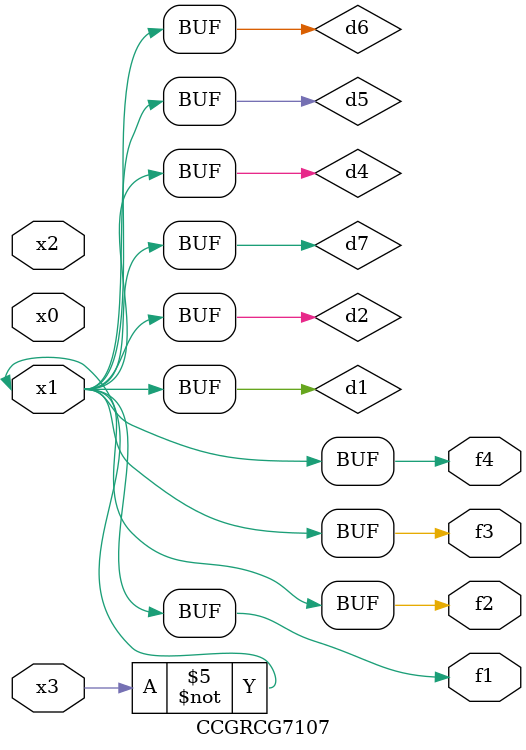
<source format=v>
module CCGRCG7107(
	input x0, x1, x2, x3,
	output f1, f2, f3, f4
);

	wire d1, d2, d3, d4, d5, d6, d7;

	not (d1, x3);
	buf (d2, x1);
	xnor (d3, d1, d2);
	nor (d4, d1);
	buf (d5, d1, d2);
	buf (d6, d4, d5);
	nand (d7, d4);
	assign f1 = d6;
	assign f2 = d7;
	assign f3 = d6;
	assign f4 = d6;
endmodule

</source>
